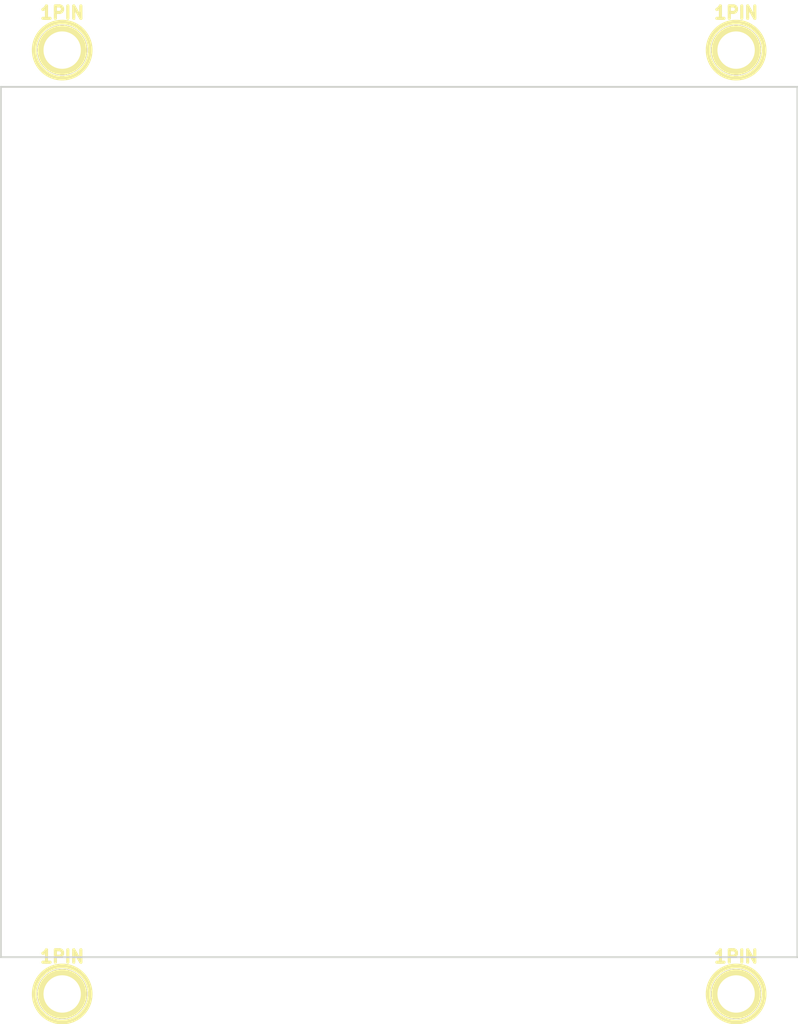
<source format=kicad_pcb>
(kicad_pcb (version 4) (host pcbnew 4.0.0~rc1a-stable)

  (general
    (links 0)
    (no_connects 0)
    (area 97.774 59.4598 165.575001 145.0322)
    (thickness 1.6)
    (drawings 4)
    (tracks 0)
    (zones 0)
    (modules 4)
    (nets 1)
  )

  (page A4)
  (layers
    (0 F.Cu signal)
    (31 B.Cu signal)
    (32 B.Adhes user)
    (33 F.Adhes user)
    (34 B.Paste user)
    (35 F.Paste user)
    (36 B.SilkS user)
    (37 F.SilkS user)
    (38 B.Mask user)
    (39 F.Mask user)
    (40 Dwgs.User user)
    (41 Cmts.User user)
    (42 Eco1.User user)
    (43 Eco2.User user)
    (44 Edge.Cuts user)
  )

  (setup
    (last_trace_width 0.8)
    (trace_clearance 0.4)
    (zone_clearance 0.508)
    (zone_45_only no)
    (trace_min 0.254)
    (segment_width 0.2)
    (edge_width 0.15)
    (via_size 0.889)
    (via_drill 0.635)
    (via_min_size 0.889)
    (via_min_drill 0.508)
    (uvia_size 0.508)
    (uvia_drill 0.127)
    (uvias_allowed no)
    (uvia_min_size 0.508)
    (uvia_min_drill 0.127)
    (pcb_text_width 0.3)
    (pcb_text_size 1 1)
    (mod_edge_width 0.15)
    (mod_text_size 1 1)
    (mod_text_width 0.15)
    (pad_size 1.1684 1.1684)
    (pad_drill 0.6604)
    (pad_to_mask_clearance 0)
    (aux_axis_origin 0 0)
    (visible_elements FFFFF77F)
    (pcbplotparams
      (layerselection 0x00030_80000001)
      (usegerberextensions true)
      (excludeedgelayer true)
      (linewidth 0.150000)
      (plotframeref false)
      (viasonmask false)
      (mode 1)
      (useauxorigin false)
      (hpglpennumber 1)
      (hpglpenspeed 20)
      (hpglpendiameter 15)
      (hpglpenoverlay 2)
      (psnegative false)
      (psa4output false)
      (plotreference true)
      (plotvalue true)
      (plotinvisibletext false)
      (padsonsilk false)
      (subtractmaskfromsilk false)
      (outputformat 1)
      (mirror false)
      (drillshape 1)
      (scaleselection 1)
      (outputdirectory ""))
  )

  (net 0 "")

  (net_class Default "This is the default net class."
    (clearance 0.4)
    (trace_width 0.8)
    (via_dia 0.889)
    (via_drill 0.635)
    (uvia_dia 0.508)
    (uvia_drill 0.127)
  )

  (module 1pin locked (layer F.Cu) (tedit 200000) (tstamp 5263E252)
    (at 105.5 141)
    (descr "module 1 pin (ou trou mecanique de percage)")
    (tags DEV)
    (path 1pin)
    (fp_text reference 1PIN (at 0 -3.048) (layer F.SilkS)
      (effects (font (size 1.016 1.016) (thickness 0.254)))
    )
    (fp_text value P*** (at 0 2.794) (layer F.SilkS) hide
      (effects (font (size 1.016 1.016) (thickness 0.254)))
    )
    (fp_circle (center 0 0) (end 0 -2.286) (layer F.SilkS) (width 0.381))
    (pad 1 thru_hole circle (at 0 0) (size 4.064 4.064) (drill 3.048) (layers *.Cu *.Mask F.SilkS))
  )

  (module 1pin locked (layer F.Cu) (tedit 200000) (tstamp 5263E24B)
    (at 160.5 141)
    (descr "module 1 pin (ou trou mecanique de percage)")
    (tags DEV)
    (path 1pin)
    (fp_text reference 1PIN (at 0 -3.048) (layer F.SilkS)
      (effects (font (size 1.016 1.016) (thickness 0.254)))
    )
    (fp_text value P*** (at 0 2.794) (layer F.SilkS) hide
      (effects (font (size 1.016 1.016) (thickness 0.254)))
    )
    (fp_circle (center 0 0) (end 0 -2.286) (layer F.SilkS) (width 0.381))
    (pad 1 thru_hole circle (at 0 0) (size 4.064 4.064) (drill 3.048) (layers *.Cu *.Mask F.SilkS))
  )

  (module 1pin locked (layer F.Cu) (tedit 200000) (tstamp 5263E259)
    (at 105.5 64)
    (descr "module 1 pin (ou trou mecanique de percage)")
    (tags DEV)
    (path 1pin)
    (fp_text reference 1PIN (at 0 -3.048) (layer F.SilkS)
      (effects (font (size 1.016 1.016) (thickness 0.254)))
    )
    (fp_text value P*** (at 0 2.794) (layer F.SilkS) hide
      (effects (font (size 1.016 1.016) (thickness 0.254)))
    )
    (fp_circle (center 0 0) (end 0 -2.286) (layer F.SilkS) (width 0.381))
    (pad 1 thru_hole circle (at 0 0) (size 4.064 4.064) (drill 3.048) (layers *.Cu *.Mask F.SilkS))
  )

  (module 1pin locked (layer F.Cu) (tedit 200000) (tstamp 5263E244)
    (at 160.5 64)
    (descr "module 1 pin (ou trou mecanique de percage)")
    (tags DEV)
    (path 1pin)
    (fp_text reference 1PIN (at 0 -3.048) (layer F.SilkS)
      (effects (font (size 1.016 1.016) (thickness 0.254)))
    )
    (fp_text value P*** (at 0 2.794) (layer F.SilkS) hide
      (effects (font (size 1.016 1.016) (thickness 0.254)))
    )
    (fp_circle (center 0 0) (end 0 -2.286) (layer F.SilkS) (width 0.381))
    (pad 1 thru_hole circle (at 0 0) (size 4.064 4.064) (drill 3.048) (layers *.Cu *.Mask F.SilkS))
  )

  (gr_line (start 100.5 138) (end 100.5 67) (angle 90) (layer Edge.Cuts) (width 0.15) (tstamp 52725EE3))
  (gr_line (start 165.5 138) (end 100.5 138) (angle 90) (layer Edge.Cuts) (width 0.15) (tstamp 52725EE1))
  (gr_line (start 165.5 67) (end 165.5 138) (angle 90) (layer Edge.Cuts) (width 0.15) (tstamp 52725EE2))
  (gr_line (start 100.5 67) (end 165.5 67) (angle 90) (layer Edge.Cuts) (width 0.15))

)

</source>
